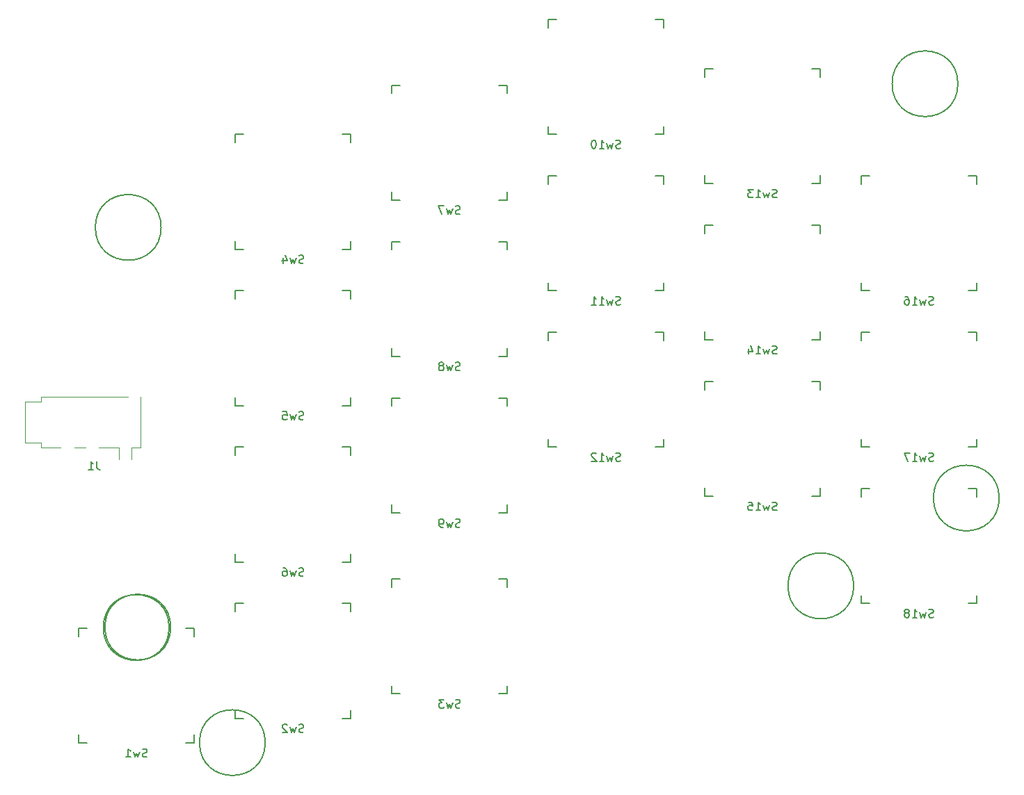
<source format=gbr>
%TF.GenerationSoftware,KiCad,Pcbnew,(6.0.4)*%
%TF.CreationDate,2022-04-22T20:25:04+08:00*%
%TF.ProjectId,Slice36,536c6963-6533-4362-9e6b-696361645f70,rev?*%
%TF.SameCoordinates,Original*%
%TF.FileFunction,Legend,Bot*%
%TF.FilePolarity,Positive*%
%FSLAX46Y46*%
G04 Gerber Fmt 4.6, Leading zero omitted, Abs format (unit mm)*
G04 Created by KiCad (PCBNEW (6.0.4)) date 2022-04-22 20:25:04*
%MOMM*%
%LPD*%
G01*
G04 APERTURE LIST*
%ADD10C,0.150000*%
%ADD11C,0.120000*%
G04 APERTURE END LIST*
D10*
X137850000Y-132250000D02*
G75*
G03*
X137850000Y-132250000I-4000000J0D01*
G01*
X120150000Y-142950000D02*
G75*
G03*
X120150000Y-142950000I-4000000J0D01*
G01*
X37016289Y-147980259D02*
G75*
G03*
X37016289Y-147980259I-4000000J0D01*
G01*
X36825000Y-148025000D02*
G75*
G03*
X36825000Y-148025000I-4000000J0D01*
G01*
X48525000Y-162050000D02*
G75*
G03*
X48525000Y-162050000I-4000000J0D01*
G01*
X35850000Y-99275000D02*
G75*
G03*
X35850000Y-99275000I-4000000J0D01*
G01*
X132825000Y-81775000D02*
G75*
G03*
X132825000Y-81775000I-4000000J0D01*
G01*
%TO.C,Sw1*%
X34135714Y-163759761D02*
X33992857Y-163807380D01*
X33754761Y-163807380D01*
X33659523Y-163759761D01*
X33611904Y-163712142D01*
X33564285Y-163616904D01*
X33564285Y-163521666D01*
X33611904Y-163426428D01*
X33659523Y-163378809D01*
X33754761Y-163331190D01*
X33945238Y-163283571D01*
X34040476Y-163235952D01*
X34088095Y-163188333D01*
X34135714Y-163093095D01*
X34135714Y-162997857D01*
X34088095Y-162902619D01*
X34040476Y-162855000D01*
X33945238Y-162807380D01*
X33707142Y-162807380D01*
X33564285Y-162855000D01*
X33230952Y-163140714D02*
X33040476Y-163807380D01*
X32850000Y-163331190D01*
X32659523Y-163807380D01*
X32469047Y-163140714D01*
X31564285Y-163807380D02*
X32135714Y-163807380D01*
X31850000Y-163807380D02*
X31850000Y-162807380D01*
X31945238Y-162950238D01*
X32040476Y-163045476D01*
X32135714Y-163093095D01*
%TO.C,Sw10*%
X91761904Y-89609761D02*
X91619047Y-89657380D01*
X91380952Y-89657380D01*
X91285714Y-89609761D01*
X91238095Y-89562142D01*
X91190476Y-89466904D01*
X91190476Y-89371666D01*
X91238095Y-89276428D01*
X91285714Y-89228809D01*
X91380952Y-89181190D01*
X91571428Y-89133571D01*
X91666666Y-89085952D01*
X91714285Y-89038333D01*
X91761904Y-88943095D01*
X91761904Y-88847857D01*
X91714285Y-88752619D01*
X91666666Y-88705000D01*
X91571428Y-88657380D01*
X91333333Y-88657380D01*
X91190476Y-88705000D01*
X90857142Y-88990714D02*
X90666666Y-89657380D01*
X90476190Y-89181190D01*
X90285714Y-89657380D01*
X90095238Y-88990714D01*
X89190476Y-89657380D02*
X89761904Y-89657380D01*
X89476190Y-89657380D02*
X89476190Y-88657380D01*
X89571428Y-88800238D01*
X89666666Y-88895476D01*
X89761904Y-88943095D01*
X88571428Y-88657380D02*
X88476190Y-88657380D01*
X88380952Y-88705000D01*
X88333333Y-88752619D01*
X88285714Y-88847857D01*
X88238095Y-89038333D01*
X88238095Y-89276428D01*
X88285714Y-89466904D01*
X88333333Y-89562142D01*
X88380952Y-89609761D01*
X88476190Y-89657380D01*
X88571428Y-89657380D01*
X88666666Y-89609761D01*
X88714285Y-89562142D01*
X88761904Y-89466904D01*
X88809523Y-89276428D01*
X88809523Y-89038333D01*
X88761904Y-88847857D01*
X88714285Y-88752619D01*
X88666666Y-88705000D01*
X88571428Y-88657380D01*
%TO.C,Sw2*%
X53185714Y-160759761D02*
X53042857Y-160807380D01*
X52804761Y-160807380D01*
X52709523Y-160759761D01*
X52661904Y-160712142D01*
X52614285Y-160616904D01*
X52614285Y-160521666D01*
X52661904Y-160426428D01*
X52709523Y-160378809D01*
X52804761Y-160331190D01*
X52995238Y-160283571D01*
X53090476Y-160235952D01*
X53138095Y-160188333D01*
X53185714Y-160093095D01*
X53185714Y-159997857D01*
X53138095Y-159902619D01*
X53090476Y-159855000D01*
X52995238Y-159807380D01*
X52757142Y-159807380D01*
X52614285Y-159855000D01*
X52280952Y-160140714D02*
X52090476Y-160807380D01*
X51900000Y-160331190D01*
X51709523Y-160807380D01*
X51519047Y-160140714D01*
X51185714Y-159902619D02*
X51138095Y-159855000D01*
X51042857Y-159807380D01*
X50804761Y-159807380D01*
X50709523Y-159855000D01*
X50661904Y-159902619D01*
X50614285Y-159997857D01*
X50614285Y-160093095D01*
X50661904Y-160235952D01*
X51233333Y-160807380D01*
X50614285Y-160807380D01*
%TO.C,Sw8*%
X72235714Y-116659761D02*
X72092857Y-116707380D01*
X71854761Y-116707380D01*
X71759523Y-116659761D01*
X71711904Y-116612142D01*
X71664285Y-116516904D01*
X71664285Y-116421666D01*
X71711904Y-116326428D01*
X71759523Y-116278809D01*
X71854761Y-116231190D01*
X72045238Y-116183571D01*
X72140476Y-116135952D01*
X72188095Y-116088333D01*
X72235714Y-115993095D01*
X72235714Y-115897857D01*
X72188095Y-115802619D01*
X72140476Y-115755000D01*
X72045238Y-115707380D01*
X71807142Y-115707380D01*
X71664285Y-115755000D01*
X71330952Y-116040714D02*
X71140476Y-116707380D01*
X70950000Y-116231190D01*
X70759523Y-116707380D01*
X70569047Y-116040714D01*
X70045238Y-116135952D02*
X70140476Y-116088333D01*
X70188095Y-116040714D01*
X70235714Y-115945476D01*
X70235714Y-115897857D01*
X70188095Y-115802619D01*
X70140476Y-115755000D01*
X70045238Y-115707380D01*
X69854761Y-115707380D01*
X69759523Y-115755000D01*
X69711904Y-115802619D01*
X69664285Y-115897857D01*
X69664285Y-115945476D01*
X69711904Y-116040714D01*
X69759523Y-116088333D01*
X69854761Y-116135952D01*
X70045238Y-116135952D01*
X70140476Y-116183571D01*
X70188095Y-116231190D01*
X70235714Y-116326428D01*
X70235714Y-116516904D01*
X70188095Y-116612142D01*
X70140476Y-116659761D01*
X70045238Y-116707380D01*
X69854761Y-116707380D01*
X69759523Y-116659761D01*
X69711904Y-116612142D01*
X69664285Y-116516904D01*
X69664285Y-116326428D01*
X69711904Y-116231190D01*
X69759523Y-116183571D01*
X69854761Y-116135952D01*
%TO.C,Sw7*%
X72235714Y-97609761D02*
X72092857Y-97657380D01*
X71854761Y-97657380D01*
X71759523Y-97609761D01*
X71711904Y-97562142D01*
X71664285Y-97466904D01*
X71664285Y-97371666D01*
X71711904Y-97276428D01*
X71759523Y-97228809D01*
X71854761Y-97181190D01*
X72045238Y-97133571D01*
X72140476Y-97085952D01*
X72188095Y-97038333D01*
X72235714Y-96943095D01*
X72235714Y-96847857D01*
X72188095Y-96752619D01*
X72140476Y-96705000D01*
X72045238Y-96657380D01*
X71807142Y-96657380D01*
X71664285Y-96705000D01*
X71330952Y-96990714D02*
X71140476Y-97657380D01*
X70950000Y-97181190D01*
X70759523Y-97657380D01*
X70569047Y-96990714D01*
X70283333Y-96657380D02*
X69616666Y-96657380D01*
X70045238Y-97657380D01*
%TO.C,Sw15*%
X110811904Y-133709761D02*
X110669047Y-133757380D01*
X110430952Y-133757380D01*
X110335714Y-133709761D01*
X110288095Y-133662142D01*
X110240476Y-133566904D01*
X110240476Y-133471666D01*
X110288095Y-133376428D01*
X110335714Y-133328809D01*
X110430952Y-133281190D01*
X110621428Y-133233571D01*
X110716666Y-133185952D01*
X110764285Y-133138333D01*
X110811904Y-133043095D01*
X110811904Y-132947857D01*
X110764285Y-132852619D01*
X110716666Y-132805000D01*
X110621428Y-132757380D01*
X110383333Y-132757380D01*
X110240476Y-132805000D01*
X109907142Y-133090714D02*
X109716666Y-133757380D01*
X109526190Y-133281190D01*
X109335714Y-133757380D01*
X109145238Y-133090714D01*
X108240476Y-133757380D02*
X108811904Y-133757380D01*
X108526190Y-133757380D02*
X108526190Y-132757380D01*
X108621428Y-132900238D01*
X108716666Y-132995476D01*
X108811904Y-133043095D01*
X107335714Y-132757380D02*
X107811904Y-132757380D01*
X107859523Y-133233571D01*
X107811904Y-133185952D01*
X107716666Y-133138333D01*
X107478571Y-133138333D01*
X107383333Y-133185952D01*
X107335714Y-133233571D01*
X107288095Y-133328809D01*
X107288095Y-133566904D01*
X107335714Y-133662142D01*
X107383333Y-133709761D01*
X107478571Y-133757380D01*
X107716666Y-133757380D01*
X107811904Y-133709761D01*
X107859523Y-133662142D01*
%TO.C,Sw5*%
X53185714Y-122659761D02*
X53042857Y-122707380D01*
X52804761Y-122707380D01*
X52709523Y-122659761D01*
X52661904Y-122612142D01*
X52614285Y-122516904D01*
X52614285Y-122421666D01*
X52661904Y-122326428D01*
X52709523Y-122278809D01*
X52804761Y-122231190D01*
X52995238Y-122183571D01*
X53090476Y-122135952D01*
X53138095Y-122088333D01*
X53185714Y-121993095D01*
X53185714Y-121897857D01*
X53138095Y-121802619D01*
X53090476Y-121755000D01*
X52995238Y-121707380D01*
X52757142Y-121707380D01*
X52614285Y-121755000D01*
X52280952Y-122040714D02*
X52090476Y-122707380D01*
X51900000Y-122231190D01*
X51709523Y-122707380D01*
X51519047Y-122040714D01*
X50661904Y-121707380D02*
X51138095Y-121707380D01*
X51185714Y-122183571D01*
X51138095Y-122135952D01*
X51042857Y-122088333D01*
X50804761Y-122088333D01*
X50709523Y-122135952D01*
X50661904Y-122183571D01*
X50614285Y-122278809D01*
X50614285Y-122516904D01*
X50661904Y-122612142D01*
X50709523Y-122659761D01*
X50804761Y-122707380D01*
X51042857Y-122707380D01*
X51138095Y-122659761D01*
X51185714Y-122612142D01*
%TO.C,Sw16*%
X129861904Y-108659761D02*
X129719047Y-108707380D01*
X129480952Y-108707380D01*
X129385714Y-108659761D01*
X129338095Y-108612142D01*
X129290476Y-108516904D01*
X129290476Y-108421666D01*
X129338095Y-108326428D01*
X129385714Y-108278809D01*
X129480952Y-108231190D01*
X129671428Y-108183571D01*
X129766666Y-108135952D01*
X129814285Y-108088333D01*
X129861904Y-107993095D01*
X129861904Y-107897857D01*
X129814285Y-107802619D01*
X129766666Y-107755000D01*
X129671428Y-107707380D01*
X129433333Y-107707380D01*
X129290476Y-107755000D01*
X128957142Y-108040714D02*
X128766666Y-108707380D01*
X128576190Y-108231190D01*
X128385714Y-108707380D01*
X128195238Y-108040714D01*
X127290476Y-108707380D02*
X127861904Y-108707380D01*
X127576190Y-108707380D02*
X127576190Y-107707380D01*
X127671428Y-107850238D01*
X127766666Y-107945476D01*
X127861904Y-107993095D01*
X126433333Y-107707380D02*
X126623809Y-107707380D01*
X126719047Y-107755000D01*
X126766666Y-107802619D01*
X126861904Y-107945476D01*
X126909523Y-108135952D01*
X126909523Y-108516904D01*
X126861904Y-108612142D01*
X126814285Y-108659761D01*
X126719047Y-108707380D01*
X126528571Y-108707380D01*
X126433333Y-108659761D01*
X126385714Y-108612142D01*
X126338095Y-108516904D01*
X126338095Y-108278809D01*
X126385714Y-108183571D01*
X126433333Y-108135952D01*
X126528571Y-108088333D01*
X126719047Y-108088333D01*
X126814285Y-108135952D01*
X126861904Y-108183571D01*
X126909523Y-108278809D01*
%TO.C,Sw12*%
X91761904Y-127709761D02*
X91619047Y-127757380D01*
X91380952Y-127757380D01*
X91285714Y-127709761D01*
X91238095Y-127662142D01*
X91190476Y-127566904D01*
X91190476Y-127471666D01*
X91238095Y-127376428D01*
X91285714Y-127328809D01*
X91380952Y-127281190D01*
X91571428Y-127233571D01*
X91666666Y-127185952D01*
X91714285Y-127138333D01*
X91761904Y-127043095D01*
X91761904Y-126947857D01*
X91714285Y-126852619D01*
X91666666Y-126805000D01*
X91571428Y-126757380D01*
X91333333Y-126757380D01*
X91190476Y-126805000D01*
X90857142Y-127090714D02*
X90666666Y-127757380D01*
X90476190Y-127281190D01*
X90285714Y-127757380D01*
X90095238Y-127090714D01*
X89190476Y-127757380D02*
X89761904Y-127757380D01*
X89476190Y-127757380D02*
X89476190Y-126757380D01*
X89571428Y-126900238D01*
X89666666Y-126995476D01*
X89761904Y-127043095D01*
X88809523Y-126852619D02*
X88761904Y-126805000D01*
X88666666Y-126757380D01*
X88428571Y-126757380D01*
X88333333Y-126805000D01*
X88285714Y-126852619D01*
X88238095Y-126947857D01*
X88238095Y-127043095D01*
X88285714Y-127185952D01*
X88857142Y-127757380D01*
X88238095Y-127757380D01*
%TO.C,Sw11*%
X91761904Y-108659761D02*
X91619047Y-108707380D01*
X91380952Y-108707380D01*
X91285714Y-108659761D01*
X91238095Y-108612142D01*
X91190476Y-108516904D01*
X91190476Y-108421666D01*
X91238095Y-108326428D01*
X91285714Y-108278809D01*
X91380952Y-108231190D01*
X91571428Y-108183571D01*
X91666666Y-108135952D01*
X91714285Y-108088333D01*
X91761904Y-107993095D01*
X91761904Y-107897857D01*
X91714285Y-107802619D01*
X91666666Y-107755000D01*
X91571428Y-107707380D01*
X91333333Y-107707380D01*
X91190476Y-107755000D01*
X90857142Y-108040714D02*
X90666666Y-108707380D01*
X90476190Y-108231190D01*
X90285714Y-108707380D01*
X90095238Y-108040714D01*
X89190476Y-108707380D02*
X89761904Y-108707380D01*
X89476190Y-108707380D02*
X89476190Y-107707380D01*
X89571428Y-107850238D01*
X89666666Y-107945476D01*
X89761904Y-107993095D01*
X88238095Y-108707380D02*
X88809523Y-108707380D01*
X88523809Y-108707380D02*
X88523809Y-107707380D01*
X88619047Y-107850238D01*
X88714285Y-107945476D01*
X88809523Y-107993095D01*
%TO.C,Sw17*%
X129861904Y-127709761D02*
X129719047Y-127757380D01*
X129480952Y-127757380D01*
X129385714Y-127709761D01*
X129338095Y-127662142D01*
X129290476Y-127566904D01*
X129290476Y-127471666D01*
X129338095Y-127376428D01*
X129385714Y-127328809D01*
X129480952Y-127281190D01*
X129671428Y-127233571D01*
X129766666Y-127185952D01*
X129814285Y-127138333D01*
X129861904Y-127043095D01*
X129861904Y-126947857D01*
X129814285Y-126852619D01*
X129766666Y-126805000D01*
X129671428Y-126757380D01*
X129433333Y-126757380D01*
X129290476Y-126805000D01*
X128957142Y-127090714D02*
X128766666Y-127757380D01*
X128576190Y-127281190D01*
X128385714Y-127757380D01*
X128195238Y-127090714D01*
X127290476Y-127757380D02*
X127861904Y-127757380D01*
X127576190Y-127757380D02*
X127576190Y-126757380D01*
X127671428Y-126900238D01*
X127766666Y-126995476D01*
X127861904Y-127043095D01*
X126957142Y-126757380D02*
X126290476Y-126757380D01*
X126719047Y-127757380D01*
%TO.C,Sw3*%
X72235714Y-157759761D02*
X72092857Y-157807380D01*
X71854761Y-157807380D01*
X71759523Y-157759761D01*
X71711904Y-157712142D01*
X71664285Y-157616904D01*
X71664285Y-157521666D01*
X71711904Y-157426428D01*
X71759523Y-157378809D01*
X71854761Y-157331190D01*
X72045238Y-157283571D01*
X72140476Y-157235952D01*
X72188095Y-157188333D01*
X72235714Y-157093095D01*
X72235714Y-156997857D01*
X72188095Y-156902619D01*
X72140476Y-156855000D01*
X72045238Y-156807380D01*
X71807142Y-156807380D01*
X71664285Y-156855000D01*
X71330952Y-157140714D02*
X71140476Y-157807380D01*
X70950000Y-157331190D01*
X70759523Y-157807380D01*
X70569047Y-157140714D01*
X70283333Y-156807380D02*
X69664285Y-156807380D01*
X69997619Y-157188333D01*
X69854761Y-157188333D01*
X69759523Y-157235952D01*
X69711904Y-157283571D01*
X69664285Y-157378809D01*
X69664285Y-157616904D01*
X69711904Y-157712142D01*
X69759523Y-157759761D01*
X69854761Y-157807380D01*
X70140476Y-157807380D01*
X70235714Y-157759761D01*
X70283333Y-157712142D01*
%TO.C,Sw13*%
X110811904Y-95609761D02*
X110669047Y-95657380D01*
X110430952Y-95657380D01*
X110335714Y-95609761D01*
X110288095Y-95562142D01*
X110240476Y-95466904D01*
X110240476Y-95371666D01*
X110288095Y-95276428D01*
X110335714Y-95228809D01*
X110430952Y-95181190D01*
X110621428Y-95133571D01*
X110716666Y-95085952D01*
X110764285Y-95038333D01*
X110811904Y-94943095D01*
X110811904Y-94847857D01*
X110764285Y-94752619D01*
X110716666Y-94705000D01*
X110621428Y-94657380D01*
X110383333Y-94657380D01*
X110240476Y-94705000D01*
X109907142Y-94990714D02*
X109716666Y-95657380D01*
X109526190Y-95181190D01*
X109335714Y-95657380D01*
X109145238Y-94990714D01*
X108240476Y-95657380D02*
X108811904Y-95657380D01*
X108526190Y-95657380D02*
X108526190Y-94657380D01*
X108621428Y-94800238D01*
X108716666Y-94895476D01*
X108811904Y-94943095D01*
X107907142Y-94657380D02*
X107288095Y-94657380D01*
X107621428Y-95038333D01*
X107478571Y-95038333D01*
X107383333Y-95085952D01*
X107335714Y-95133571D01*
X107288095Y-95228809D01*
X107288095Y-95466904D01*
X107335714Y-95562142D01*
X107383333Y-95609761D01*
X107478571Y-95657380D01*
X107764285Y-95657380D01*
X107859523Y-95609761D01*
X107907142Y-95562142D01*
%TO.C,Sw9*%
X72235714Y-135759761D02*
X72092857Y-135807380D01*
X71854761Y-135807380D01*
X71759523Y-135759761D01*
X71711904Y-135712142D01*
X71664285Y-135616904D01*
X71664285Y-135521666D01*
X71711904Y-135426428D01*
X71759523Y-135378809D01*
X71854761Y-135331190D01*
X72045238Y-135283571D01*
X72140476Y-135235952D01*
X72188095Y-135188333D01*
X72235714Y-135093095D01*
X72235714Y-134997857D01*
X72188095Y-134902619D01*
X72140476Y-134855000D01*
X72045238Y-134807380D01*
X71807142Y-134807380D01*
X71664285Y-134855000D01*
X71330952Y-135140714D02*
X71140476Y-135807380D01*
X70950000Y-135331190D01*
X70759523Y-135807380D01*
X70569047Y-135140714D01*
X70140476Y-135807380D02*
X69950000Y-135807380D01*
X69854761Y-135759761D01*
X69807142Y-135712142D01*
X69711904Y-135569285D01*
X69664285Y-135378809D01*
X69664285Y-134997857D01*
X69711904Y-134902619D01*
X69759523Y-134855000D01*
X69854761Y-134807380D01*
X70045238Y-134807380D01*
X70140476Y-134855000D01*
X70188095Y-134902619D01*
X70235714Y-134997857D01*
X70235714Y-135235952D01*
X70188095Y-135331190D01*
X70140476Y-135378809D01*
X70045238Y-135426428D01*
X69854761Y-135426428D01*
X69759523Y-135378809D01*
X69711904Y-135331190D01*
X69664285Y-135235952D01*
%TO.C,Sw4*%
X53185714Y-103609761D02*
X53042857Y-103657380D01*
X52804761Y-103657380D01*
X52709523Y-103609761D01*
X52661904Y-103562142D01*
X52614285Y-103466904D01*
X52614285Y-103371666D01*
X52661904Y-103276428D01*
X52709523Y-103228809D01*
X52804761Y-103181190D01*
X52995238Y-103133571D01*
X53090476Y-103085952D01*
X53138095Y-103038333D01*
X53185714Y-102943095D01*
X53185714Y-102847857D01*
X53138095Y-102752619D01*
X53090476Y-102705000D01*
X52995238Y-102657380D01*
X52757142Y-102657380D01*
X52614285Y-102705000D01*
X52280952Y-102990714D02*
X52090476Y-103657380D01*
X51900000Y-103181190D01*
X51709523Y-103657380D01*
X51519047Y-102990714D01*
X50709523Y-102990714D02*
X50709523Y-103657380D01*
X50947619Y-102609761D02*
X51185714Y-103324047D01*
X50566666Y-103324047D01*
%TO.C,Sw6*%
X53185714Y-141709761D02*
X53042857Y-141757380D01*
X52804761Y-141757380D01*
X52709523Y-141709761D01*
X52661904Y-141662142D01*
X52614285Y-141566904D01*
X52614285Y-141471666D01*
X52661904Y-141376428D01*
X52709523Y-141328809D01*
X52804761Y-141281190D01*
X52995238Y-141233571D01*
X53090476Y-141185952D01*
X53138095Y-141138333D01*
X53185714Y-141043095D01*
X53185714Y-140947857D01*
X53138095Y-140852619D01*
X53090476Y-140805000D01*
X52995238Y-140757380D01*
X52757142Y-140757380D01*
X52614285Y-140805000D01*
X52280952Y-141090714D02*
X52090476Y-141757380D01*
X51900000Y-141281190D01*
X51709523Y-141757380D01*
X51519047Y-141090714D01*
X50709523Y-140757380D02*
X50900000Y-140757380D01*
X50995238Y-140805000D01*
X51042857Y-140852619D01*
X51138095Y-140995476D01*
X51185714Y-141185952D01*
X51185714Y-141566904D01*
X51138095Y-141662142D01*
X51090476Y-141709761D01*
X50995238Y-141757380D01*
X50804761Y-141757380D01*
X50709523Y-141709761D01*
X50661904Y-141662142D01*
X50614285Y-141566904D01*
X50614285Y-141328809D01*
X50661904Y-141233571D01*
X50709523Y-141185952D01*
X50804761Y-141138333D01*
X50995238Y-141138333D01*
X51090476Y-141185952D01*
X51138095Y-141233571D01*
X51185714Y-141328809D01*
%TO.C,Sw18*%
X129861904Y-146759761D02*
X129719047Y-146807380D01*
X129480952Y-146807380D01*
X129385714Y-146759761D01*
X129338095Y-146712142D01*
X129290476Y-146616904D01*
X129290476Y-146521666D01*
X129338095Y-146426428D01*
X129385714Y-146378809D01*
X129480952Y-146331190D01*
X129671428Y-146283571D01*
X129766666Y-146235952D01*
X129814285Y-146188333D01*
X129861904Y-146093095D01*
X129861904Y-145997857D01*
X129814285Y-145902619D01*
X129766666Y-145855000D01*
X129671428Y-145807380D01*
X129433333Y-145807380D01*
X129290476Y-145855000D01*
X128957142Y-146140714D02*
X128766666Y-146807380D01*
X128576190Y-146331190D01*
X128385714Y-146807380D01*
X128195238Y-146140714D01*
X127290476Y-146807380D02*
X127861904Y-146807380D01*
X127576190Y-146807380D02*
X127576190Y-145807380D01*
X127671428Y-145950238D01*
X127766666Y-146045476D01*
X127861904Y-146093095D01*
X126719047Y-146235952D02*
X126814285Y-146188333D01*
X126861904Y-146140714D01*
X126909523Y-146045476D01*
X126909523Y-145997857D01*
X126861904Y-145902619D01*
X126814285Y-145855000D01*
X126719047Y-145807380D01*
X126528571Y-145807380D01*
X126433333Y-145855000D01*
X126385714Y-145902619D01*
X126338095Y-145997857D01*
X126338095Y-146045476D01*
X126385714Y-146140714D01*
X126433333Y-146188333D01*
X126528571Y-146235952D01*
X126719047Y-146235952D01*
X126814285Y-146283571D01*
X126861904Y-146331190D01*
X126909523Y-146426428D01*
X126909523Y-146616904D01*
X126861904Y-146712142D01*
X126814285Y-146759761D01*
X126719047Y-146807380D01*
X126528571Y-146807380D01*
X126433333Y-146759761D01*
X126385714Y-146712142D01*
X126338095Y-146616904D01*
X126338095Y-146426428D01*
X126385714Y-146331190D01*
X126433333Y-146283571D01*
X126528571Y-146235952D01*
%TO.C,Sw14*%
X110811904Y-114659761D02*
X110669047Y-114707380D01*
X110430952Y-114707380D01*
X110335714Y-114659761D01*
X110288095Y-114612142D01*
X110240476Y-114516904D01*
X110240476Y-114421666D01*
X110288095Y-114326428D01*
X110335714Y-114278809D01*
X110430952Y-114231190D01*
X110621428Y-114183571D01*
X110716666Y-114135952D01*
X110764285Y-114088333D01*
X110811904Y-113993095D01*
X110811904Y-113897857D01*
X110764285Y-113802619D01*
X110716666Y-113755000D01*
X110621428Y-113707380D01*
X110383333Y-113707380D01*
X110240476Y-113755000D01*
X109907142Y-114040714D02*
X109716666Y-114707380D01*
X109526190Y-114231190D01*
X109335714Y-114707380D01*
X109145238Y-114040714D01*
X108240476Y-114707380D02*
X108811904Y-114707380D01*
X108526190Y-114707380D02*
X108526190Y-113707380D01*
X108621428Y-113850238D01*
X108716666Y-113945476D01*
X108811904Y-113993095D01*
X107383333Y-114040714D02*
X107383333Y-114707380D01*
X107621428Y-113659761D02*
X107859523Y-114374047D01*
X107240476Y-114374047D01*
%TO.C,J1*%
X28033333Y-127802380D02*
X28033333Y-128516666D01*
X28080952Y-128659523D01*
X28176190Y-128754761D01*
X28319047Y-128802380D01*
X28414285Y-128802380D01*
X27033333Y-128802380D02*
X27604761Y-128802380D01*
X27319047Y-128802380D02*
X27319047Y-127802380D01*
X27414285Y-127945238D01*
X27509523Y-128040476D01*
X27604761Y-128088095D01*
%TO.C,Sw1*%
X39850000Y-148100000D02*
X39850000Y-149100000D01*
X25850000Y-148100000D02*
X26850000Y-148100000D01*
X25850000Y-149100000D02*
X25850000Y-148100000D01*
X38850000Y-148100000D02*
X39850000Y-148100000D01*
X39850000Y-161100000D02*
X39850000Y-162100000D01*
X39850000Y-162100000D02*
X38850000Y-162100000D01*
X25850000Y-162100000D02*
X25850000Y-161100000D01*
X26850000Y-162100000D02*
X25850000Y-162100000D01*
%TO.C,Sw10*%
X83000000Y-73950000D02*
X84000000Y-73950000D01*
X84000000Y-87950000D02*
X83000000Y-87950000D01*
X83000000Y-87950000D02*
X83000000Y-86950000D01*
X96000000Y-73950000D02*
X97000000Y-73950000D01*
X97000000Y-86950000D02*
X97000000Y-87950000D01*
X97000000Y-73950000D02*
X97000000Y-74950000D01*
X97000000Y-87950000D02*
X96000000Y-87950000D01*
X83000000Y-74950000D02*
X83000000Y-73950000D01*
%TO.C,Sw2*%
X44900000Y-146100000D02*
X44900000Y-145100000D01*
X45900000Y-159100000D02*
X44900000Y-159100000D01*
X44900000Y-159100000D02*
X44900000Y-158100000D01*
X58900000Y-159100000D02*
X57900000Y-159100000D01*
X57900000Y-145100000D02*
X58900000Y-145100000D01*
X44900000Y-145100000D02*
X45900000Y-145100000D01*
X58900000Y-145100000D02*
X58900000Y-146100000D01*
X58900000Y-158100000D02*
X58900000Y-159100000D01*
%TO.C,Sw8*%
X63950000Y-101000000D02*
X64950000Y-101000000D01*
X77950000Y-101000000D02*
X77950000Y-102000000D01*
X77950000Y-115000000D02*
X76950000Y-115000000D01*
X77950000Y-114000000D02*
X77950000Y-115000000D01*
X76950000Y-101000000D02*
X77950000Y-101000000D01*
X64950000Y-115000000D02*
X63950000Y-115000000D01*
X63950000Y-102000000D02*
X63950000Y-101000000D01*
X63950000Y-115000000D02*
X63950000Y-114000000D01*
%TO.C,Sw7*%
X77950000Y-94950000D02*
X77950000Y-95950000D01*
X63950000Y-82950000D02*
X63950000Y-81950000D01*
X76950000Y-81950000D02*
X77950000Y-81950000D01*
X63950000Y-95950000D02*
X63950000Y-94950000D01*
X63950000Y-81950000D02*
X64950000Y-81950000D01*
X77950000Y-81950000D02*
X77950000Y-82950000D01*
X77950000Y-95950000D02*
X76950000Y-95950000D01*
X64950000Y-95950000D02*
X63950000Y-95950000D01*
%TO.C,Sw15*%
X102050000Y-118050000D02*
X103050000Y-118050000D01*
X116050000Y-132050000D02*
X115050000Y-132050000D01*
X103050000Y-132050000D02*
X102050000Y-132050000D01*
X102050000Y-132050000D02*
X102050000Y-131050000D01*
X115050000Y-118050000D02*
X116050000Y-118050000D01*
X116050000Y-131050000D02*
X116050000Y-132050000D01*
X116050000Y-118050000D02*
X116050000Y-119050000D01*
X102050000Y-119050000D02*
X102050000Y-118050000D01*
%TO.C,Sw5*%
X44900000Y-121000000D02*
X44900000Y-120000000D01*
X58900000Y-121000000D02*
X57900000Y-121000000D01*
X58900000Y-107000000D02*
X58900000Y-108000000D01*
X44900000Y-108000000D02*
X44900000Y-107000000D01*
X58900000Y-120000000D02*
X58900000Y-121000000D01*
X44900000Y-107000000D02*
X45900000Y-107000000D01*
X57900000Y-107000000D02*
X58900000Y-107000000D01*
X45900000Y-121000000D02*
X44900000Y-121000000D01*
%TO.C,Sw16*%
X134100000Y-93000000D02*
X135100000Y-93000000D01*
X135100000Y-107000000D02*
X134100000Y-107000000D01*
X122100000Y-107000000D02*
X121100000Y-107000000D01*
X121100000Y-94000000D02*
X121100000Y-93000000D01*
X121100000Y-93000000D02*
X122100000Y-93000000D01*
X135100000Y-106000000D02*
X135100000Y-107000000D01*
X135100000Y-93000000D02*
X135100000Y-94000000D01*
X121100000Y-107000000D02*
X121100000Y-106000000D01*
%TO.C,Sw12*%
X97000000Y-125050000D02*
X97000000Y-126050000D01*
X83000000Y-112050000D02*
X84000000Y-112050000D01*
X84000000Y-126050000D02*
X83000000Y-126050000D01*
X83000000Y-113050000D02*
X83000000Y-112050000D01*
X96000000Y-112050000D02*
X97000000Y-112050000D01*
X97000000Y-126050000D02*
X96000000Y-126050000D01*
X83000000Y-126050000D02*
X83000000Y-125050000D01*
X97000000Y-112050000D02*
X97000000Y-113050000D01*
%TO.C,Sw11*%
X83000000Y-94000000D02*
X83000000Y-93000000D01*
X97000000Y-93000000D02*
X97000000Y-94000000D01*
X83000000Y-93000000D02*
X84000000Y-93000000D01*
X97000000Y-106000000D02*
X97000000Y-107000000D01*
X96000000Y-93000000D02*
X97000000Y-93000000D01*
X84000000Y-107000000D02*
X83000000Y-107000000D01*
X97000000Y-107000000D02*
X96000000Y-107000000D01*
X83000000Y-107000000D02*
X83000000Y-106000000D01*
%TO.C,Sw17*%
X121100000Y-113050000D02*
X121100000Y-112050000D01*
X122100000Y-126050000D02*
X121100000Y-126050000D01*
X121100000Y-112050000D02*
X122100000Y-112050000D01*
X121100000Y-126050000D02*
X121100000Y-125050000D01*
X135100000Y-125050000D02*
X135100000Y-126050000D01*
X135100000Y-126050000D02*
X134100000Y-126050000D01*
X134100000Y-112050000D02*
X135100000Y-112050000D01*
X135100000Y-112050000D02*
X135100000Y-113050000D01*
%TO.C,Sw3*%
X63950000Y-156100000D02*
X63950000Y-155100000D01*
X63950000Y-143100000D02*
X63950000Y-142100000D01*
X76950000Y-142100000D02*
X77950000Y-142100000D01*
X77950000Y-155100000D02*
X77950000Y-156100000D01*
X63950000Y-142100000D02*
X64950000Y-142100000D01*
X64950000Y-156100000D02*
X63950000Y-156100000D01*
X77950000Y-142100000D02*
X77950000Y-143100000D01*
X77950000Y-156100000D02*
X76950000Y-156100000D01*
%TO.C,Sw13*%
X102050000Y-79950000D02*
X103050000Y-79950000D01*
X115050000Y-79950000D02*
X116050000Y-79950000D01*
X116050000Y-92950000D02*
X116050000Y-93950000D01*
X116050000Y-79950000D02*
X116050000Y-80950000D01*
X102050000Y-93950000D02*
X102050000Y-92950000D01*
X103050000Y-93950000D02*
X102050000Y-93950000D01*
X116050000Y-93950000D02*
X115050000Y-93950000D01*
X102050000Y-80950000D02*
X102050000Y-79950000D01*
%TO.C,Sw9*%
X76950000Y-120050000D02*
X77950000Y-120050000D01*
X63950000Y-121050000D02*
X63950000Y-120050000D01*
X63950000Y-120050000D02*
X64950000Y-120050000D01*
X77950000Y-120050000D02*
X77950000Y-121050000D01*
X77950000Y-133050000D02*
X77950000Y-134050000D01*
X63950000Y-134050000D02*
X63950000Y-133050000D01*
X77950000Y-134050000D02*
X76950000Y-134050000D01*
X64950000Y-134050000D02*
X63950000Y-134050000D01*
%TO.C,Sw4*%
X45900000Y-101950000D02*
X44900000Y-101950000D01*
X44900000Y-87950000D02*
X45900000Y-87950000D01*
X58900000Y-87950000D02*
X58900000Y-88950000D01*
X58900000Y-100950000D02*
X58900000Y-101950000D01*
X44900000Y-88950000D02*
X44900000Y-87950000D01*
X57900000Y-87950000D02*
X58900000Y-87950000D01*
X58900000Y-101950000D02*
X57900000Y-101950000D01*
X44900000Y-101950000D02*
X44900000Y-100950000D01*
%TO.C,Sw6*%
X58900000Y-140050000D02*
X57900000Y-140050000D01*
X57900000Y-126050000D02*
X58900000Y-126050000D01*
X44900000Y-126050000D02*
X45900000Y-126050000D01*
X44900000Y-127050000D02*
X44900000Y-126050000D01*
X45900000Y-140050000D02*
X44900000Y-140050000D01*
X58900000Y-126050000D02*
X58900000Y-127050000D01*
X58900000Y-139050000D02*
X58900000Y-140050000D01*
X44900000Y-140050000D02*
X44900000Y-139050000D01*
%TO.C,Sw18*%
X121100000Y-145100000D02*
X121100000Y-144100000D01*
X134100000Y-131100000D02*
X135100000Y-131100000D01*
X135100000Y-145100000D02*
X134100000Y-145100000D01*
X122100000Y-145100000D02*
X121100000Y-145100000D01*
X121100000Y-131100000D02*
X122100000Y-131100000D01*
X135100000Y-144100000D02*
X135100000Y-145100000D01*
X135100000Y-131100000D02*
X135100000Y-132100000D01*
X121100000Y-132100000D02*
X121100000Y-131100000D01*
%TO.C,Sw14*%
X102050000Y-99000000D02*
X103050000Y-99000000D01*
X102050000Y-100000000D02*
X102050000Y-99000000D01*
X103050000Y-113000000D02*
X102050000Y-113000000D01*
X116050000Y-113000000D02*
X115050000Y-113000000D01*
X115050000Y-99000000D02*
X116050000Y-99000000D01*
X116050000Y-112000000D02*
X116050000Y-113000000D01*
X116050000Y-99000000D02*
X116050000Y-100000000D01*
X102050000Y-113000000D02*
X102050000Y-112000000D01*
D11*
%TO.C,J1*%
X21275000Y-120500000D02*
X19275000Y-120500000D01*
X21275000Y-126100000D02*
X21275000Y-125500000D01*
X21275000Y-120500000D02*
X21275000Y-119900000D01*
X33375000Y-119900000D02*
X33375000Y-126100000D01*
X19275000Y-125500000D02*
X19275000Y-120500000D01*
X28300000Y-126100000D02*
X30700000Y-126100000D01*
X25300000Y-126100000D02*
X26650000Y-126100000D01*
X32250000Y-126100000D02*
X33375000Y-126100000D01*
X31800000Y-119900000D02*
X21275000Y-119900000D01*
X32250000Y-126100000D02*
X32250000Y-127500000D01*
X21275000Y-126100000D02*
X23650000Y-126100000D01*
X30700000Y-126100000D02*
X30700000Y-127500000D01*
X21275000Y-125500000D02*
X19275000Y-125500000D01*
%TD*%
M02*

</source>
